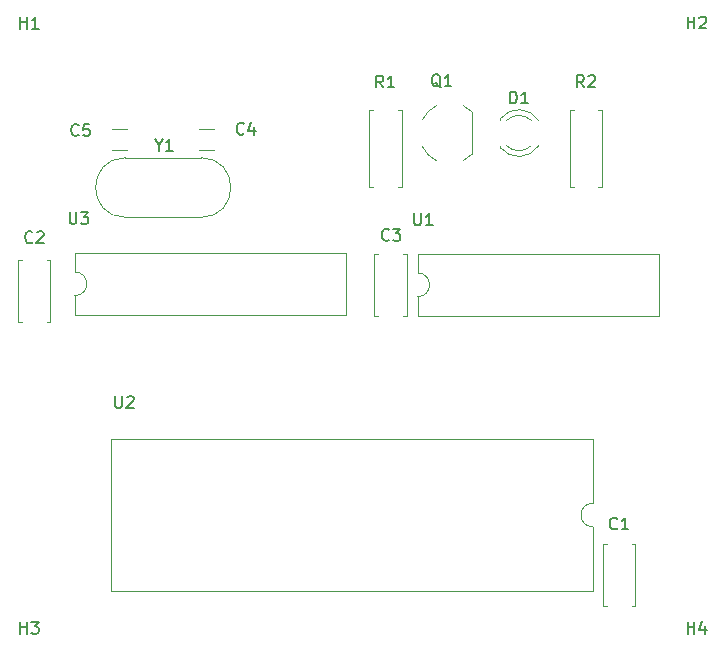
<source format=gbr>
%TF.GenerationSoftware,KiCad,Pcbnew,7.0.11-7.0.11~ubuntu22.04.1*%
%TF.CreationDate,2024-10-25T18:54:13-04:00*%
%TF.ProjectId,colecovision_multicart,636f6c65-636f-4766-9973-696f6e5f6d75,rev?*%
%TF.SameCoordinates,Original*%
%TF.FileFunction,Legend,Top*%
%TF.FilePolarity,Positive*%
%FSLAX46Y46*%
G04 Gerber Fmt 4.6, Leading zero omitted, Abs format (unit mm)*
G04 Created by KiCad (PCBNEW 7.0.11-7.0.11~ubuntu22.04.1) date 2024-10-25 18:54:13*
%MOMM*%
%LPD*%
G01*
G04 APERTURE LIST*
%ADD10C,0.150000*%
%ADD11C,0.120000*%
G04 APERTURE END LIST*
D10*
X128547708Y-66450180D02*
X128500089Y-66497800D01*
X128500089Y-66497800D02*
X128357232Y-66545419D01*
X128357232Y-66545419D02*
X128261994Y-66545419D01*
X128261994Y-66545419D02*
X128119137Y-66497800D01*
X128119137Y-66497800D02*
X128023899Y-66402561D01*
X128023899Y-66402561D02*
X127976280Y-66307323D01*
X127976280Y-66307323D02*
X127928661Y-66116847D01*
X127928661Y-66116847D02*
X127928661Y-65973990D01*
X127928661Y-65973990D02*
X127976280Y-65783514D01*
X127976280Y-65783514D02*
X128023899Y-65688276D01*
X128023899Y-65688276D02*
X128119137Y-65593038D01*
X128119137Y-65593038D02*
X128261994Y-65545419D01*
X128261994Y-65545419D02*
X128357232Y-65545419D01*
X128357232Y-65545419D02*
X128500089Y-65593038D01*
X128500089Y-65593038D02*
X128547708Y-65640657D01*
X129404851Y-65878752D02*
X129404851Y-66545419D01*
X129166756Y-65497800D02*
X128928661Y-66212085D01*
X128928661Y-66212085D02*
X129547708Y-66212085D01*
X160158133Y-99876780D02*
X160110514Y-99924400D01*
X160110514Y-99924400D02*
X159967657Y-99972019D01*
X159967657Y-99972019D02*
X159872419Y-99972019D01*
X159872419Y-99972019D02*
X159729562Y-99924400D01*
X159729562Y-99924400D02*
X159634324Y-99829161D01*
X159634324Y-99829161D02*
X159586705Y-99733923D01*
X159586705Y-99733923D02*
X159539086Y-99543447D01*
X159539086Y-99543447D02*
X159539086Y-99400590D01*
X159539086Y-99400590D02*
X159586705Y-99210114D01*
X159586705Y-99210114D02*
X159634324Y-99114876D01*
X159634324Y-99114876D02*
X159729562Y-99019638D01*
X159729562Y-99019638D02*
X159872419Y-98972019D01*
X159872419Y-98972019D02*
X159967657Y-98972019D01*
X159967657Y-98972019D02*
X160110514Y-99019638D01*
X160110514Y-99019638D02*
X160158133Y-99067257D01*
X161110514Y-99972019D02*
X160539086Y-99972019D01*
X160824800Y-99972019D02*
X160824800Y-98972019D01*
X160824800Y-98972019D02*
X160729562Y-99114876D01*
X160729562Y-99114876D02*
X160634324Y-99210114D01*
X160634324Y-99210114D02*
X160539086Y-99257733D01*
X110653533Y-75645180D02*
X110605914Y-75692800D01*
X110605914Y-75692800D02*
X110463057Y-75740419D01*
X110463057Y-75740419D02*
X110367819Y-75740419D01*
X110367819Y-75740419D02*
X110224962Y-75692800D01*
X110224962Y-75692800D02*
X110129724Y-75597561D01*
X110129724Y-75597561D02*
X110082105Y-75502323D01*
X110082105Y-75502323D02*
X110034486Y-75311847D01*
X110034486Y-75311847D02*
X110034486Y-75168990D01*
X110034486Y-75168990D02*
X110082105Y-74978514D01*
X110082105Y-74978514D02*
X110129724Y-74883276D01*
X110129724Y-74883276D02*
X110224962Y-74788038D01*
X110224962Y-74788038D02*
X110367819Y-74740419D01*
X110367819Y-74740419D02*
X110463057Y-74740419D01*
X110463057Y-74740419D02*
X110605914Y-74788038D01*
X110605914Y-74788038D02*
X110653533Y-74835657D01*
X111034486Y-74835657D02*
X111082105Y-74788038D01*
X111082105Y-74788038D02*
X111177343Y-74740419D01*
X111177343Y-74740419D02*
X111415438Y-74740419D01*
X111415438Y-74740419D02*
X111510676Y-74788038D01*
X111510676Y-74788038D02*
X111558295Y-74835657D01*
X111558295Y-74835657D02*
X111605914Y-74930895D01*
X111605914Y-74930895D02*
X111605914Y-75026133D01*
X111605914Y-75026133D02*
X111558295Y-75168990D01*
X111558295Y-75168990D02*
X110986867Y-75740419D01*
X110986867Y-75740419D02*
X111605914Y-75740419D01*
X166116095Y-57554019D02*
X166116095Y-56554019D01*
X166116095Y-57030209D02*
X166687523Y-57030209D01*
X166687523Y-57554019D02*
X166687523Y-56554019D01*
X167116095Y-56649257D02*
X167163714Y-56601638D01*
X167163714Y-56601638D02*
X167258952Y-56554019D01*
X167258952Y-56554019D02*
X167497047Y-56554019D01*
X167497047Y-56554019D02*
X167592285Y-56601638D01*
X167592285Y-56601638D02*
X167639904Y-56649257D01*
X167639904Y-56649257D02*
X167687523Y-56744495D01*
X167687523Y-56744495D02*
X167687523Y-56839733D01*
X167687523Y-56839733D02*
X167639904Y-56982590D01*
X167639904Y-56982590D02*
X167068476Y-57554019D01*
X167068476Y-57554019D02*
X167687523Y-57554019D01*
X145218161Y-62551457D02*
X145122923Y-62503838D01*
X145122923Y-62503838D02*
X145027685Y-62408600D01*
X145027685Y-62408600D02*
X144884828Y-62265742D01*
X144884828Y-62265742D02*
X144789590Y-62218123D01*
X144789590Y-62218123D02*
X144694352Y-62218123D01*
X144741971Y-62456219D02*
X144646733Y-62408600D01*
X144646733Y-62408600D02*
X144551495Y-62313361D01*
X144551495Y-62313361D02*
X144503876Y-62122885D01*
X144503876Y-62122885D02*
X144503876Y-61789552D01*
X144503876Y-61789552D02*
X144551495Y-61599076D01*
X144551495Y-61599076D02*
X144646733Y-61503838D01*
X144646733Y-61503838D02*
X144741971Y-61456219D01*
X144741971Y-61456219D02*
X144932447Y-61456219D01*
X144932447Y-61456219D02*
X145027685Y-61503838D01*
X145027685Y-61503838D02*
X145122923Y-61599076D01*
X145122923Y-61599076D02*
X145170542Y-61789552D01*
X145170542Y-61789552D02*
X145170542Y-62122885D01*
X145170542Y-62122885D02*
X145122923Y-62313361D01*
X145122923Y-62313361D02*
X145027685Y-62408600D01*
X145027685Y-62408600D02*
X144932447Y-62456219D01*
X144932447Y-62456219D02*
X144741971Y-62456219D01*
X146122923Y-62456219D02*
X145551495Y-62456219D01*
X145837209Y-62456219D02*
X145837209Y-61456219D01*
X145837209Y-61456219D02*
X145741971Y-61599076D01*
X145741971Y-61599076D02*
X145646733Y-61694314D01*
X145646733Y-61694314D02*
X145551495Y-61741933D01*
X140346133Y-62557819D02*
X140012800Y-62081628D01*
X139774705Y-62557819D02*
X139774705Y-61557819D01*
X139774705Y-61557819D02*
X140155657Y-61557819D01*
X140155657Y-61557819D02*
X140250895Y-61605438D01*
X140250895Y-61605438D02*
X140298514Y-61653057D01*
X140298514Y-61653057D02*
X140346133Y-61748295D01*
X140346133Y-61748295D02*
X140346133Y-61891152D01*
X140346133Y-61891152D02*
X140298514Y-61986390D01*
X140298514Y-61986390D02*
X140250895Y-62034009D01*
X140250895Y-62034009D02*
X140155657Y-62081628D01*
X140155657Y-62081628D02*
X139774705Y-62081628D01*
X141298514Y-62557819D02*
X140727086Y-62557819D01*
X141012800Y-62557819D02*
X141012800Y-61557819D01*
X141012800Y-61557819D02*
X140917562Y-61700676D01*
X140917562Y-61700676D02*
X140822324Y-61795914D01*
X140822324Y-61795914D02*
X140727086Y-61843533D01*
X114552308Y-66577180D02*
X114504689Y-66624800D01*
X114504689Y-66624800D02*
X114361832Y-66672419D01*
X114361832Y-66672419D02*
X114266594Y-66672419D01*
X114266594Y-66672419D02*
X114123737Y-66624800D01*
X114123737Y-66624800D02*
X114028499Y-66529561D01*
X114028499Y-66529561D02*
X113980880Y-66434323D01*
X113980880Y-66434323D02*
X113933261Y-66243847D01*
X113933261Y-66243847D02*
X113933261Y-66100990D01*
X113933261Y-66100990D02*
X113980880Y-65910514D01*
X113980880Y-65910514D02*
X114028499Y-65815276D01*
X114028499Y-65815276D02*
X114123737Y-65720038D01*
X114123737Y-65720038D02*
X114266594Y-65672419D01*
X114266594Y-65672419D02*
X114361832Y-65672419D01*
X114361832Y-65672419D02*
X114504689Y-65720038D01*
X114504689Y-65720038D02*
X114552308Y-65767657D01*
X115457070Y-65672419D02*
X114980880Y-65672419D01*
X114980880Y-65672419D02*
X114933261Y-66148609D01*
X114933261Y-66148609D02*
X114980880Y-66100990D01*
X114980880Y-66100990D02*
X115076118Y-66053371D01*
X115076118Y-66053371D02*
X115314213Y-66053371D01*
X115314213Y-66053371D02*
X115409451Y-66100990D01*
X115409451Y-66100990D02*
X115457070Y-66148609D01*
X115457070Y-66148609D02*
X115504689Y-66243847D01*
X115504689Y-66243847D02*
X115504689Y-66481942D01*
X115504689Y-66481942D02*
X115457070Y-66577180D01*
X115457070Y-66577180D02*
X115409451Y-66624800D01*
X115409451Y-66624800D02*
X115314213Y-66672419D01*
X115314213Y-66672419D02*
X115076118Y-66672419D01*
X115076118Y-66672419D02*
X114980880Y-66624800D01*
X114980880Y-66624800D02*
X114933261Y-66577180D01*
X157338733Y-62532419D02*
X157005400Y-62056228D01*
X156767305Y-62532419D02*
X156767305Y-61532419D01*
X156767305Y-61532419D02*
X157148257Y-61532419D01*
X157148257Y-61532419D02*
X157243495Y-61580038D01*
X157243495Y-61580038D02*
X157291114Y-61627657D01*
X157291114Y-61627657D02*
X157338733Y-61722895D01*
X157338733Y-61722895D02*
X157338733Y-61865752D01*
X157338733Y-61865752D02*
X157291114Y-61960990D01*
X157291114Y-61960990D02*
X157243495Y-62008609D01*
X157243495Y-62008609D02*
X157148257Y-62056228D01*
X157148257Y-62056228D02*
X156767305Y-62056228D01*
X157719686Y-61627657D02*
X157767305Y-61580038D01*
X157767305Y-61580038D02*
X157862543Y-61532419D01*
X157862543Y-61532419D02*
X158100638Y-61532419D01*
X158100638Y-61532419D02*
X158195876Y-61580038D01*
X158195876Y-61580038D02*
X158243495Y-61627657D01*
X158243495Y-61627657D02*
X158291114Y-61722895D01*
X158291114Y-61722895D02*
X158291114Y-61818133D01*
X158291114Y-61818133D02*
X158243495Y-61960990D01*
X158243495Y-61960990D02*
X157672067Y-62532419D01*
X157672067Y-62532419D02*
X158291114Y-62532419D01*
X117652895Y-88685019D02*
X117652895Y-89494542D01*
X117652895Y-89494542D02*
X117700514Y-89589780D01*
X117700514Y-89589780D02*
X117748133Y-89637400D01*
X117748133Y-89637400D02*
X117843371Y-89685019D01*
X117843371Y-89685019D02*
X118033847Y-89685019D01*
X118033847Y-89685019D02*
X118129085Y-89637400D01*
X118129085Y-89637400D02*
X118176704Y-89589780D01*
X118176704Y-89589780D02*
X118224323Y-89494542D01*
X118224323Y-89494542D02*
X118224323Y-88685019D01*
X118652895Y-88780257D02*
X118700514Y-88732638D01*
X118700514Y-88732638D02*
X118795752Y-88685019D01*
X118795752Y-88685019D02*
X119033847Y-88685019D01*
X119033847Y-88685019D02*
X119129085Y-88732638D01*
X119129085Y-88732638D02*
X119176704Y-88780257D01*
X119176704Y-88780257D02*
X119224323Y-88875495D01*
X119224323Y-88875495D02*
X119224323Y-88970733D01*
X119224323Y-88970733D02*
X119176704Y-89113590D01*
X119176704Y-89113590D02*
X118605276Y-89685019D01*
X118605276Y-89685019D02*
X119224323Y-89685019D01*
X166116095Y-108802219D02*
X166116095Y-107802219D01*
X166116095Y-108278409D02*
X166687523Y-108278409D01*
X166687523Y-108802219D02*
X166687523Y-107802219D01*
X167592285Y-108135552D02*
X167592285Y-108802219D01*
X167354190Y-107754600D02*
X167116095Y-108468885D01*
X167116095Y-108468885D02*
X167735142Y-108468885D01*
X140828733Y-75441980D02*
X140781114Y-75489600D01*
X140781114Y-75489600D02*
X140638257Y-75537219D01*
X140638257Y-75537219D02*
X140543019Y-75537219D01*
X140543019Y-75537219D02*
X140400162Y-75489600D01*
X140400162Y-75489600D02*
X140304924Y-75394361D01*
X140304924Y-75394361D02*
X140257305Y-75299123D01*
X140257305Y-75299123D02*
X140209686Y-75108647D01*
X140209686Y-75108647D02*
X140209686Y-74965790D01*
X140209686Y-74965790D02*
X140257305Y-74775314D01*
X140257305Y-74775314D02*
X140304924Y-74680076D01*
X140304924Y-74680076D02*
X140400162Y-74584838D01*
X140400162Y-74584838D02*
X140543019Y-74537219D01*
X140543019Y-74537219D02*
X140638257Y-74537219D01*
X140638257Y-74537219D02*
X140781114Y-74584838D01*
X140781114Y-74584838D02*
X140828733Y-74632457D01*
X141162067Y-74537219D02*
X141781114Y-74537219D01*
X141781114Y-74537219D02*
X141447781Y-74918171D01*
X141447781Y-74918171D02*
X141590638Y-74918171D01*
X141590638Y-74918171D02*
X141685876Y-74965790D01*
X141685876Y-74965790D02*
X141733495Y-75013409D01*
X141733495Y-75013409D02*
X141781114Y-75108647D01*
X141781114Y-75108647D02*
X141781114Y-75346742D01*
X141781114Y-75346742D02*
X141733495Y-75441980D01*
X141733495Y-75441980D02*
X141685876Y-75489600D01*
X141685876Y-75489600D02*
X141590638Y-75537219D01*
X141590638Y-75537219D02*
X141304924Y-75537219D01*
X141304924Y-75537219D02*
X141209686Y-75489600D01*
X141209686Y-75489600D02*
X141162067Y-75441980D01*
X109601095Y-57579419D02*
X109601095Y-56579419D01*
X109601095Y-57055609D02*
X110172523Y-57055609D01*
X110172523Y-57579419D02*
X110172523Y-56579419D01*
X111172523Y-57579419D02*
X110601095Y-57579419D01*
X110886809Y-57579419D02*
X110886809Y-56579419D01*
X110886809Y-56579419D02*
X110791571Y-56722276D01*
X110791571Y-56722276D02*
X110696333Y-56817514D01*
X110696333Y-56817514D02*
X110601095Y-56865133D01*
X151098105Y-63915819D02*
X151098105Y-62915819D01*
X151098105Y-62915819D02*
X151336200Y-62915819D01*
X151336200Y-62915819D02*
X151479057Y-62963438D01*
X151479057Y-62963438D02*
X151574295Y-63058676D01*
X151574295Y-63058676D02*
X151621914Y-63153914D01*
X151621914Y-63153914D02*
X151669533Y-63344390D01*
X151669533Y-63344390D02*
X151669533Y-63487247D01*
X151669533Y-63487247D02*
X151621914Y-63677723D01*
X151621914Y-63677723D02*
X151574295Y-63772961D01*
X151574295Y-63772961D02*
X151479057Y-63868200D01*
X151479057Y-63868200D02*
X151336200Y-63915819D01*
X151336200Y-63915819D02*
X151098105Y-63915819D01*
X152621914Y-63915819D02*
X152050486Y-63915819D01*
X152336200Y-63915819D02*
X152336200Y-62915819D01*
X152336200Y-62915819D02*
X152240962Y-63058676D01*
X152240962Y-63058676D02*
X152145724Y-63153914D01*
X152145724Y-63153914D02*
X152050486Y-63201533D01*
X109601095Y-108802219D02*
X109601095Y-107802219D01*
X109601095Y-108278409D02*
X110172523Y-108278409D01*
X110172523Y-108802219D02*
X110172523Y-107802219D01*
X110553476Y-107802219D02*
X111172523Y-107802219D01*
X111172523Y-107802219D02*
X110839190Y-108183171D01*
X110839190Y-108183171D02*
X110982047Y-108183171D01*
X110982047Y-108183171D02*
X111077285Y-108230790D01*
X111077285Y-108230790D02*
X111124904Y-108278409D01*
X111124904Y-108278409D02*
X111172523Y-108373647D01*
X111172523Y-108373647D02*
X111172523Y-108611742D01*
X111172523Y-108611742D02*
X111124904Y-108706980D01*
X111124904Y-108706980D02*
X111077285Y-108754600D01*
X111077285Y-108754600D02*
X110982047Y-108802219D01*
X110982047Y-108802219D02*
X110696333Y-108802219D01*
X110696333Y-108802219D02*
X110601095Y-108754600D01*
X110601095Y-108754600D02*
X110553476Y-108706980D01*
X113792095Y-73112019D02*
X113792095Y-73921542D01*
X113792095Y-73921542D02*
X113839714Y-74016780D01*
X113839714Y-74016780D02*
X113887333Y-74064400D01*
X113887333Y-74064400D02*
X113982571Y-74112019D01*
X113982571Y-74112019D02*
X114173047Y-74112019D01*
X114173047Y-74112019D02*
X114268285Y-74064400D01*
X114268285Y-74064400D02*
X114315904Y-74016780D01*
X114315904Y-74016780D02*
X114363523Y-73921542D01*
X114363523Y-73921542D02*
X114363523Y-73112019D01*
X114744476Y-73112019D02*
X115363523Y-73112019D01*
X115363523Y-73112019D02*
X115030190Y-73492971D01*
X115030190Y-73492971D02*
X115173047Y-73492971D01*
X115173047Y-73492971D02*
X115268285Y-73540590D01*
X115268285Y-73540590D02*
X115315904Y-73588209D01*
X115315904Y-73588209D02*
X115363523Y-73683447D01*
X115363523Y-73683447D02*
X115363523Y-73921542D01*
X115363523Y-73921542D02*
X115315904Y-74016780D01*
X115315904Y-74016780D02*
X115268285Y-74064400D01*
X115268285Y-74064400D02*
X115173047Y-74112019D01*
X115173047Y-74112019D02*
X114887333Y-74112019D01*
X114887333Y-74112019D02*
X114792095Y-74064400D01*
X114792095Y-74064400D02*
X114744476Y-74016780D01*
X142976695Y-73216419D02*
X142976695Y-74025942D01*
X142976695Y-74025942D02*
X143024314Y-74121180D01*
X143024314Y-74121180D02*
X143071933Y-74168800D01*
X143071933Y-74168800D02*
X143167171Y-74216419D01*
X143167171Y-74216419D02*
X143357647Y-74216419D01*
X143357647Y-74216419D02*
X143452885Y-74168800D01*
X143452885Y-74168800D02*
X143500504Y-74121180D01*
X143500504Y-74121180D02*
X143548123Y-74025942D01*
X143548123Y-74025942D02*
X143548123Y-73216419D01*
X144548123Y-74216419D02*
X143976695Y-74216419D01*
X144262409Y-74216419D02*
X144262409Y-73216419D01*
X144262409Y-73216419D02*
X144167171Y-73359276D01*
X144167171Y-73359276D02*
X144071933Y-73454514D01*
X144071933Y-73454514D02*
X143976695Y-73502133D01*
X121347184Y-67453628D02*
X121347184Y-67929819D01*
X121013851Y-66929819D02*
X121347184Y-67453628D01*
X121347184Y-67453628D02*
X121680517Y-66929819D01*
X122537660Y-67929819D02*
X121966232Y-67929819D01*
X122251946Y-67929819D02*
X122251946Y-66929819D01*
X122251946Y-66929819D02*
X122156708Y-67072676D01*
X122156708Y-67072676D02*
X122061470Y-67167914D01*
X122061470Y-67167914D02*
X121966232Y-67215533D01*
D11*
%TO.C,C4*%
X126008375Y-67887000D02*
X124750375Y-67887000D01*
X126008375Y-66047000D02*
X124750375Y-66047000D01*
%TO.C,C1*%
X158954800Y-106455200D02*
X159269800Y-106455200D01*
X158954800Y-106455200D02*
X158954800Y-101215200D01*
X161379800Y-106455200D02*
X161694800Y-106455200D01*
X161694800Y-106455200D02*
X161694800Y-101215200D01*
X158954800Y-101215200D02*
X159269800Y-101215200D01*
X161379800Y-101215200D02*
X161694800Y-101215200D01*
%TO.C,C2*%
X112164800Y-77161400D02*
X111849800Y-77161400D01*
X112164800Y-77161400D02*
X112164800Y-82401400D01*
X109739800Y-77161400D02*
X109424800Y-77161400D01*
X109424800Y-77161400D02*
X109424800Y-82401400D01*
X112164800Y-82401400D02*
X111849800Y-82401400D01*
X109739800Y-82401400D02*
X109424800Y-82401400D01*
%TO.C,Q1*%
X147857200Y-68221000D02*
X147857200Y-64621000D01*
X143657201Y-67561000D02*
G75*
G03*
X144903358Y-68788198I2349999J1140000D01*
G01*
X147129995Y-68745183D02*
G75*
G03*
X147857199Y-68220999I-1122795J2324183D01*
G01*
X144908829Y-64065543D02*
G75*
G03*
X143657200Y-65311000I1098371J-2355457D01*
G01*
X147857199Y-64621001D02*
G75*
G03*
X147129995Y-64096817I-1849999J-1799999D01*
G01*
%TO.C,R1*%
X141908200Y-64471800D02*
X141908200Y-71011800D01*
X141578200Y-64471800D02*
X141908200Y-64471800D01*
X139498200Y-64471800D02*
X139168200Y-64471800D01*
X139168200Y-64471800D02*
X139168200Y-71011800D01*
X141908200Y-71011800D02*
X141578200Y-71011800D01*
X139168200Y-71011800D02*
X139498200Y-71011800D01*
%TO.C,C5*%
X118622375Y-67887000D02*
X117364375Y-67887000D01*
X118622375Y-66047000D02*
X117364375Y-66047000D01*
%TO.C,R2*%
X158875400Y-64471800D02*
X158875400Y-71011800D01*
X158545400Y-64471800D02*
X158875400Y-64471800D01*
X156465400Y-64471800D02*
X156135400Y-64471800D01*
X156135400Y-64471800D02*
X156135400Y-71011800D01*
X158875400Y-71011800D02*
X158545400Y-71011800D01*
X156135400Y-71011800D02*
X156465400Y-71011800D01*
%TO.C,U2*%
X158098800Y-92295200D02*
X117338800Y-92295200D01*
X117338800Y-92295200D02*
X117338800Y-105215200D01*
X158098800Y-97755200D02*
X158098800Y-92295200D01*
X158098800Y-105215200D02*
X158098800Y-99755200D01*
X117338800Y-105215200D02*
X158098800Y-105215200D01*
X158098800Y-97755200D02*
G75*
G03*
X158098800Y-99755200I0J-1000000D01*
G01*
%TO.C,C3*%
X139600000Y-81903400D02*
X139915000Y-81903400D01*
X139600000Y-81903400D02*
X139600000Y-76663400D01*
X142025000Y-81903400D02*
X142340000Y-81903400D01*
X142340000Y-81903400D02*
X142340000Y-76663400D01*
X139600000Y-76663400D02*
X139915000Y-76663400D01*
X142025000Y-76663400D02*
X142340000Y-76663400D01*
%TO.C,D1*%
X150276200Y-65185000D02*
X150276200Y-65341000D01*
X150276200Y-67501000D02*
X150276200Y-67657000D01*
X153508534Y-65342392D02*
G75*
G03*
X150276201Y-65185485I-1672334J-1078608D01*
G01*
X152877329Y-65341164D02*
G75*
G03*
X150795240Y-65341001I-1041129J-1079836D01*
G01*
X150795240Y-67500999D02*
G75*
G03*
X152877329Y-67500836I1040960J1079999D01*
G01*
X150276201Y-67656515D02*
G75*
G03*
X153508534Y-67499608I1559999J1235515D01*
G01*
%TO.C,U3*%
X114239975Y-81834400D02*
X137219975Y-81834400D01*
X137219975Y-81834400D02*
X137219975Y-76534400D01*
X114239975Y-80184400D02*
X114239975Y-81834400D01*
X114239975Y-76534400D02*
X114239975Y-78184400D01*
X137219975Y-76534400D02*
X114239975Y-76534400D01*
X114239975Y-80184400D02*
G75*
G03*
X114239975Y-78184400I0J1000000D01*
G01*
%TO.C,U1*%
X143272200Y-81923400D02*
X163712200Y-81923400D01*
X163712200Y-81923400D02*
X163712200Y-76623400D01*
X143272200Y-80273400D02*
X143272200Y-81923400D01*
X143272200Y-76623400D02*
X143272200Y-78273400D01*
X163712200Y-76623400D02*
X143272200Y-76623400D01*
X143272200Y-80273400D02*
G75*
G03*
X143272200Y-78273400I0J1000000D01*
G01*
%TO.C,Y1*%
X124923375Y-73556000D02*
X118523375Y-73556000D01*
X124923375Y-68506000D02*
X118523375Y-68506000D01*
X124923375Y-73556000D02*
G75*
G03*
X124923375Y-68506000I0J2525000D01*
G01*
X118523375Y-68506000D02*
G75*
G03*
X118523375Y-73556000I0J-2525000D01*
G01*
%TD*%
M02*

</source>
